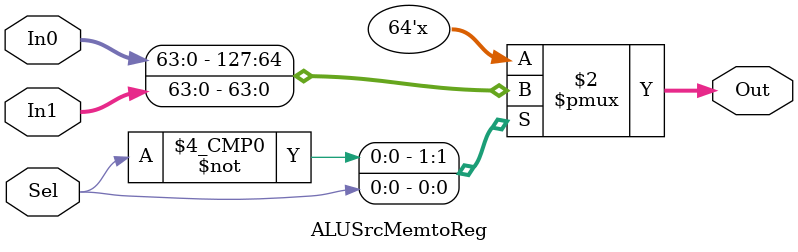
<source format=v>
/*
	Module: Multiplexer
	Description: Multiplexer that handles inputs from ALUSrc and MemtoReg
*/
`timescale 1ns / 1ps

module ALUSrcMemtoReg(In0,In1,Sel,Out);
			   // ALUSrc		MemtoReg
	input [63:0]  In0; // ReadData2		ALUResult
	input [63:0]  In1;// SignExtendor	ReadData (Datamemory)
	input  Sel;	  // Either ALUSrc or MemtoReg
	output reg[63:0]  Out; // B(ALU)	WriteData(Register File)
always@(In0,In1,Sel)
	case(Sel)
		0:Out<=In0;
		1:Out<=In1;
endcase
endmodule

</source>
